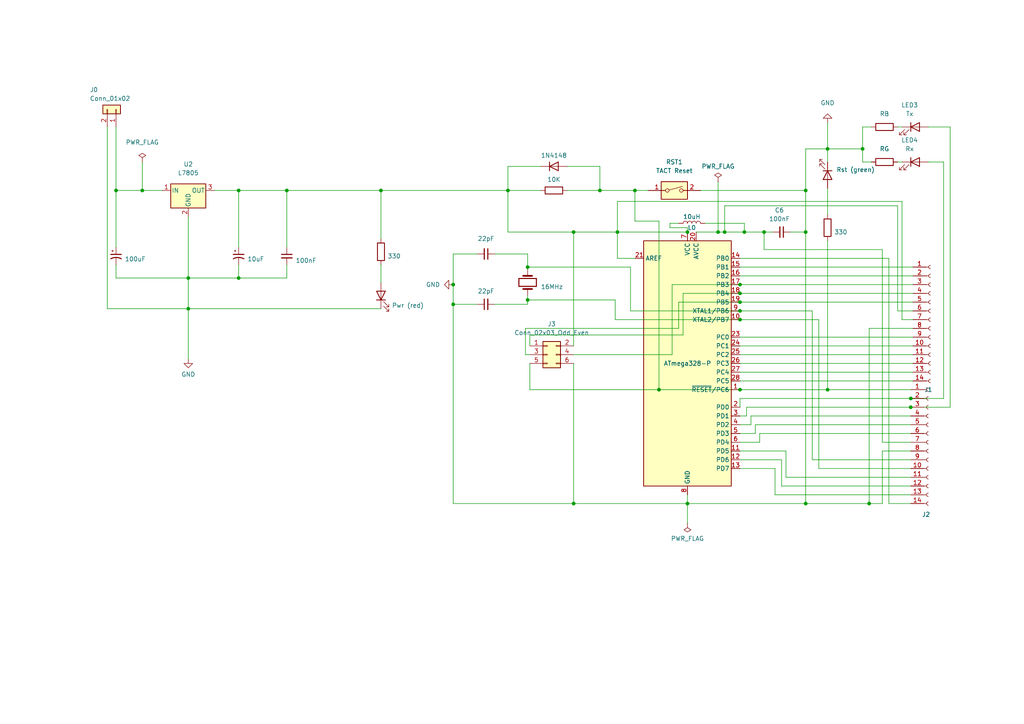
<source format=kicad_sch>
(kicad_sch (version 20230121) (generator eeschema)
  (paper "A4")
  (title_block (title "Unicorn") (date "2023-08-03") (rev "A") (comment 1 "Author: Simone Girardi"))
  (lib_symbols
    (symbol "Connector:Conn_01x14_Socket" (pin_names (offset 1.016) hide)
      (property "Reference" "J" (at 0 17.78 0))
      (property "Value" "Conn_01x14_Socket" (at 0 -20.32 0))
      (symbol "Conn_01x14_Socket_1_1"
        (arc (start 0 -17.272) (mid -0.5058 -17.78) (end 0 -18.288) (stroke (width 0.1524)))
        (arc (start 0 -14.732) (mid -0.5058 -15.24) (end 0 -15.748) (stroke (width 0.1524)))
        (arc (start 0 -12.192) (mid -0.5058 -12.7) (end 0 -13.208) (stroke (width 0.1524)))
        (arc (start 0 -9.652) (mid -0.5058 -10.16) (end 0 -10.668) (stroke (width 0.1524)))
        (arc (start 0 -7.112) (mid -0.5058 -7.62) (end 0 -8.128) (stroke (width 0.1524)))
        (arc (start 0 -4.572) (mid -0.5058 -5.08) (end 0 -5.588) (stroke (width 0.1524)))
        (arc (start 0 -2.032) (mid -0.5058 -2.54) (end 0 -3.048) (stroke (width 0.1524)))
        (polyline (pts (xy -1.27 -17.78) (xy -0.508 -17.78)) (stroke (width 0.1524)))
        (polyline (pts (xy -1.27 -15.24) (xy -0.508 -15.24)) (stroke (width 0.1524)))
        (polyline (pts (xy -1.27 -12.7) (xy -0.508 -12.7)) (stroke (width 0.1524)))
        (polyline (pts (xy -1.27 -10.16) (xy -0.508 -10.16)) (stroke (width 0.1524)))
        (polyline (pts (xy -1.27 -7.62) (xy -0.508 -7.62)) (stroke (width 0.1524)))
        (polyline (pts (xy -1.27 -5.08) (xy -0.508 -5.08)) (stroke (width 0.1524)))
        (polyline (pts (xy -1.27 -2.54) (xy -0.508 -2.54)) (stroke (width 0.1524)))
        (polyline (pts (xy -1.27 0) (xy -0.508 0)) (stroke (width 0.1524)))
        (polyline (pts (xy -1.27 2.54) (xy -0.508 2.54)) (stroke (width 0.1524)))
        (polyline (pts (xy -1.27 5.08) (xy -0.508 5.08)) (stroke (width 0.1524)))
        (polyline (pts (xy -1.27 7.62) (xy -0.508 7.62)) (stroke (width 0.1524)))
        (polyline (pts (xy -1.27 10.16) (xy -0.508 10.16)) (stroke (width 0.1524)))
        (polyline (pts (xy -1.27 12.7) (xy -0.508 12.7)) (stroke (width 0.1524)))
        (polyline (pts (xy -1.27 15.24) (xy -0.508 15.24)) (stroke (width 0.1524)))
        (arc (start 0 0.508) (mid -0.5058 0) (end 0 -0.508) (stroke (width 0.1524)))
        (arc (start 0 3.048) (mid -0.5058 2.54) (end 0 2.032) (stroke (width 0.1524)))
        (arc (start 0 5.588) (mid -0.5058 5.08) (end 0 4.572) (stroke (width 0.1524)))
        (arc (start 0 8.128) (mid -0.5058 7.62) (end 0 7.112) (stroke (width 0.1524)))
        (arc (start 0 10.668) (mid -0.5058 10.16) (end 0 9.652) (stroke (width 0.1524)))
        (arc (start 0 13.208) (mid -0.5058 12.7) (end 0 12.192) (stroke (width 0.1524)))
        (arc (start 0 15.748) (mid -0.5058 15.24) (end 0 14.732) (stroke (width 0.1524)))
        (pin passive line (at -5.08 15.24 0) (length 3.81) (name "Pin_1") (number "1"))
        (pin passive line (at -5.08 -7.62 0) (length 3.81) (name "Pin_10") (number "10"))
        (pin passive line (at -5.08 -10.16 0) (length 3.81) (name "Pin_11") (number "11"))
        (pin passive line (at -5.08 -12.7 0) (length 3.81) (name "Pin_12") (number "12"))
        (pin passive line (at -5.08 -15.24 0) (length 3.81) (name "Pin_13") (number "13"))
        (pin passive line (at -5.08 -17.78 0) (length 3.81) (name "Pin_14") (number "14"))
        (pin passive line (at -5.08 12.7 0) (length 3.81) (name "Pin_2") (number "2"))
        (pin passive line (at -5.08 10.16 0) (length 3.81) (name "Pin_3") (number "3"))
        (pin passive line (at -5.08 7.62 0) (length 3.81) (name "Pin_4") (number "4"))
        (pin passive line (at -5.08 5.08 0) (length 3.81) (name "Pin_5") (number "5"))
        (pin passive line (at -5.08 2.54 0) (length 3.81) (name "Pin_6") (number "6"))
        (pin passive line (at -5.08 0 0) (length 3.81) (name "Pin_7") (number "7"))
        (pin passive line (at -5.08 -2.54 0) (length 3.81) (name "Pin_8") (number "8"))
        (pin passive line (at -5.08 -5.08 0) (length 3.81) (name "Pin_9") (number "9"))
      )
    )
    (symbol "Connector_Generic:Conn_01x02" (pin_names (offset 1.016) hide)
      (property "Reference" "J" (at 0 2.54 0))
      (property "Value" "Conn_01x02" (at 0 -5.08 0))
      (symbol "Conn_01x02_1_1"
        (rectangle (start -1.27 -2.413) (end 0 -2.667) (stroke (width 0.1524)))
        (rectangle (start -1.27 0.127) (end 0 -0.127) (stroke (width 0.1524)))
        (rectangle (start -1.27 1.27) (end 1.27 -3.81) (stroke (width 0.254)) (fill (type background)))
        (pin passive line (at -5.08 0 0) (length 3.81) (name "Pin_1") (number "1"))
        (pin passive line (at -5.08 -2.54 0) (length 3.81) (name "Pin_2") (number "2"))
      )
    )
    (symbol "Connector_Generic:Conn_02x03_Odd_Even" (pin_names (offset 1.016) hide)
      (property "Reference" "J" (at 1.27 5.08 0))
      (property "Value" "Conn_02x03_Odd_Even" (at 1.27 -5.08 0))
      (symbol "Conn_02x03_Odd_Even_1_1"
        (rectangle (start -1.27 -2.413) (end 0 -2.667) (stroke (width 0.1524)))
        (rectangle (start -1.27 0.127) (end 0 -0.127) (stroke (width 0.1524)))
        (rectangle (start -1.27 2.667) (end 0 2.413) (stroke (width 0.1524)))
        (rectangle (start -1.27 3.81) (end 3.81 -3.81) (stroke (width 0.254)) (fill (type background)))
        (rectangle (start 3.81 -2.413) (end 2.54 -2.667) (stroke (width 0.1524)))
        (rectangle (start 3.81 0.127) (end 2.54 -0.127) (stroke (width 0.1524)))
        (rectangle (start 3.81 2.667) (end 2.54 2.413) (stroke (width 0.1524)))
        (pin passive line (at -5.08 2.54 0) (length 3.81) (name "Pin_1") (number "1"))
        (pin passive line (at 7.62 2.54 180) (length 3.81) (name "Pin_2") (number "2"))
        (pin passive line (at -5.08 0 0) (length 3.81) (name "Pin_3") (number "3"))
        (pin passive line (at 7.62 0 180) (length 3.81) (name "Pin_4") (number "4"))
        (pin passive line (at -5.08 -2.54 0) (length 3.81) (name "Pin_5") (number "5"))
        (pin passive line (at 7.62 -2.54 180) (length 3.81) (name "Pin_6") (number "6"))
      )
    )
    (symbol "Device:C_Polarized_Small_US" (pin_numbers hide) (pin_names (offset 0.254) hide)
      (property "Reference" "C" (at 0.254 1.778 0))
      (property "Value" "C_Polarized_Small_US" (at 0.254 -2.032 0))
      (symbol "C_Polarized_Small_US_0_1"
        (polyline (pts (xy -1.524 0.508) (xy 1.524 0.508)) (stroke (width 0.3048)))
        (polyline (pts (xy -1.27 1.524) (xy -0.762 1.524)))
        (polyline (pts (xy -1.016 1.27) (xy -1.016 1.778)))
        (arc (start 1.524 -0.762) (mid 0 -0.3734) (end -1.524 -0.762) (stroke (width 0.3048)))
      )
      (symbol "C_Polarized_Small_US_1_1"
        (pin passive line (at 0 2.54 270) (length 2.032) (name "~") (number "1"))
        (pin passive line (at 0 -2.54 90) (length 2.032) (name "~") (number "2"))
      )
    )
    (symbol "Device:C_Small" (pin_numbers hide) (pin_names (offset 0.254) hide)
      (property "Reference" "C" (at 0.254 1.778 0))
      (property "Value" "C_Small" (at 0.254 -2.032 0))
      (symbol "C_Small_0_1"
        (polyline (pts (xy -1.524 -0.508) (xy 1.524 -0.508)) (stroke (width 0.3302)))
        (polyline (pts (xy -1.524 0.508) (xy 1.524 0.508)) (stroke (width 0.3048)))
      )
      (symbol "C_Small_1_1"
        (pin passive line (at 0 2.54 270) (length 2.032) (name "~") (number "1"))
        (pin passive line (at 0 -2.54 90) (length 2.032) (name "~") (number "2"))
      )
    )
    (symbol "Device:Crystal" (pin_numbers hide) (pin_names (offset 1.016) hide)
      (property "Reference" "Y" (at 0 3.81 0))
      (property "Value" "Crystal" (at 0 -3.81 0))
      (symbol "Crystal_0_1"
        (rectangle (start -1.143 2.54) (end 1.143 -2.54) (stroke (width 0.3048)))
        (polyline (pts (xy -2.54 0) (xy -1.905 0)))
        (polyline (pts (xy -1.905 -1.27) (xy -1.905 1.27)) (stroke (width 0.508)))
        (polyline (pts (xy 1.905 -1.27) (xy 1.905 1.27)) (stroke (width 0.508)))
        (polyline (pts (xy 2.54 0) (xy 1.905 0)))
      )
      (symbol "Crystal_1_1"
        (pin passive line (at -3.81 0 0) (length 1.27) (name "1") (number "1"))
        (pin passive line (at 3.81 0 180) (length 1.27) (name "2") (number "2"))
      )
    )
    (symbol "Device:L" (pin_numbers hide) (pin_names (offset 1.016) hide)
      (property "Reference" "L" (at -1.27 0 90))
      (property "Value" "L" (at 1.905 0 90))
      (symbol "L_0_1"
        (arc (start 0 -2.54) (mid 0.6323 -1.905) (end 0 -1.27))
        (arc (start 0 -1.27) (mid 0.6323 -0.635) (end 0 0))
        (arc (start 0 0) (mid 0.6323 0.635) (end 0 1.27))
        (arc (start 0 1.27) (mid 0.6323 1.905) (end 0 2.54))
      )
      (symbol "L_1_1"
        (pin passive line (at 0 3.81 270) (length 1.27) (name "1") (number "1"))
        (pin passive line (at 0 -3.81 90) (length 1.27) (name "2") (number "2"))
      )
    )
    (symbol "Device:LED" (pin_numbers hide) (pin_names (offset 1.016) hide)
      (property "Reference" "D" (at 0 2.54 0))
      (property "Value" "LED" (at 0 -2.54 0))
      (symbol "LED_0_1"
        (polyline (pts (xy -1.27 -1.27) (xy -1.27 1.27)) (stroke (width 0.254)))
        (polyline (pts (xy -1.27 0) (xy 1.27 0)))
        (polyline (pts (xy 1.27 -1.27) (xy 1.27 1.27) (xy -1.27 0) (xy 1.27 -1.27)) (stroke (width 0.254)))
        (polyline (pts (xy -3.048 -0.762) (xy -4.572 -2.286) (xy -3.81 -2.286) (xy -4.572 -2.286) (xy -4.572 -1.524)))
        (polyline (pts (xy -1.778 -0.762) (xy -3.302 -2.286) (xy -2.54 -2.286) (xy -3.302 -2.286) (xy -3.302 -1.524)))
      )
      (symbol "LED_1_1"
        (pin passive line (at -3.81 0 0) (length 2.54) (name "K") (number "1"))
        (pin passive line (at 3.81 0 180) (length 2.54) (name "A") (number "2"))
      )
    )
    (symbol "Device:R" (pin_numbers hide) (pin_names (offset 0))
      (property "Reference" "R" (at 2.032 0 90))
      (property "Value" "R" (at 0 0 90))
      (symbol "R_0_1"
        (rectangle (start -1.016 -2.54) (end 1.016 2.54) (stroke (width 0.254)))
      )
      (symbol "R_1_1"
        (pin passive line (at 0 3.81 270) (length 1.27) (name "~") (number "1"))
        (pin passive line (at 0 -3.81 90) (length 1.27) (name "~") (number "2"))
      )
    )
    (symbol "Diode:1N4148" (pin_numbers hide) (pin_names hide)
      (property "Reference" "D" (at 0 2.54 0))
      (property "Value" "1N4148" (at 0 -2.54 0))
      (symbol "1N4148_0_1"
        (polyline (pts (xy -1.27 1.27) (xy -1.27 -1.27)) (stroke (width 0.254)))
        (polyline (pts (xy 1.27 0) (xy -1.27 0)))
        (polyline (pts (xy 1.27 1.27) (xy 1.27 -1.27) (xy -1.27 0) (xy 1.27 1.27)) (stroke (width 0.254)))
      )
      (symbol "1N4148_1_1"
        (pin passive line (at -3.81 0 0) (length 2.54) (name "K") (number "1"))
        (pin passive line (at 3.81 0 180) (length 2.54) (name "A") (number "2"))
      )
    )
    (symbol "MCU_Microchip_ATmega:ATmega328-P"
      (property "Reference" "U" (at -12.7 36.83 0))
      (property "Value" "ATmega328-P" (at 2.54 -36.83 0))
      (symbol "ATmega328-P_0_1"
        (rectangle (start -12.7 -35.56) (end 12.7 35.56) (stroke (width 0.254)) (fill (type background)))
      )
      (symbol "ATmega328-P_1_1"
        (pin bidirectional line (at 15.24 -7.62 180) (length 2.54) (name "~{RESET}/PC6") (number "1"))
        (pin bidirectional line (at 15.24 12.7 180) (length 2.54) (name "XTAL2/PB7") (number "10"))
        (pin bidirectional line (at 15.24 -25.4 180) (length 2.54) (name "PD5") (number "11"))
        (pin bidirectional line (at 15.24 -27.94 180) (length 2.54) (name "PD6") (number "12"))
        (pin bidirectional line (at 15.24 -30.48 180) (length 2.54) (name "PD7") (number "13"))
        (pin bidirectional line (at 15.24 30.48 180) (length 2.54) (name "PB0") (number "14"))
        (pin bidirectional line (at 15.24 27.94 180) (length 2.54) (name "PB1") (number "15"))
        (pin bidirectional line (at 15.24 25.4 180) (length 2.54) (name "PB2") (number "16"))
        (pin bidirectional line (at 15.24 22.86 180) (length 2.54) (name "PB3") (number "17"))
        (pin bidirectional line (at 15.24 20.32 180) (length 2.54) (name "PB4") (number "18"))
        (pin bidirectional line (at 15.24 17.78 180) (length 2.54) (name "PB5") (number "19"))
        (pin bidirectional line (at 15.24 -12.7 180) (length 2.54) (name "PD0") (number "2"))
        (pin power_in line (at 2.54 38.1 270) (length 2.54) (name "AVCC") (number "20"))
        (pin passive line (at -15.24 30.48 0) (length 2.54) (name "AREF") (number "21"))
        (pin passive line (at 0 -38.1 90) (length 2.54) hide (name "GND") (number "22"))
        (pin bidirectional line (at 15.24 7.62 180) (length 2.54) (name "PC0") (number "23"))
        (pin bidirectional line (at 15.24 5.08 180) (length 2.54) (name "PC1") (number "24"))
        (pin bidirectional line (at 15.24 2.54 180) (length 2.54) (name "PC2") (number "25"))
        (pin bidirectional line (at 15.24 0 180) (length 2.54) (name "PC3") (number "26"))
        (pin bidirectional line (at 15.24 -2.54 180) (length 2.54) (name "PC4") (number "27"))
        (pin bidirectional line (at 15.24 -5.08 180) (length 2.54) (name "PC5") (number "28"))
        (pin bidirectional line (at 15.24 -15.24 180) (length 2.54) (name "PD1") (number "3"))
        (pin bidirectional line (at 15.24 -17.78 180) (length 2.54) (name "PD2") (number "4"))
        (pin bidirectional line (at 15.24 -20.32 180) (length 2.54) (name "PD3") (number "5"))
        (pin bidirectional line (at 15.24 -22.86 180) (length 2.54) (name "PD4") (number "6"))
        (pin power_in line (at 0 38.1 270) (length 2.54) (name "VCC") (number "7"))
        (pin power_in line (at 0 -38.1 90) (length 2.54) (name "GND") (number "8"))
        (pin bidirectional line (at 15.24 15.24 180) (length 2.54) (name "XTAL1/PB6") (number "9"))
      )
    )
    (symbol "Regulator_Linear:L7805" (pin_names (offset 0.254))
      (property "Reference" "U" (at -3.81 3.175 0))
      (property "Value" "L7805" (at 0 3.175 0))
      (symbol "L7805_0_1"
        (rectangle (start -5.08 1.905) (end 5.08 -5.08) (stroke (width 0.254)) (fill (type background)))
      )
      (symbol "L7805_1_1"
        (pin power_in line (at -7.62 0 0) (length 2.54) (name "IN") (number "1"))
        (pin power_in line (at 0 -7.62 90) (length 2.54) (name "GND") (number "2"))
        (pin power_out line (at 7.62 0 180) (length 2.54) (name "OUT") (number "3"))
      )
    )
    (symbol "Switch:SW_DIP_x01" (pin_names (offset 0) hide)
      (property "Reference" "SW" (at 0 3.81 0))
      (property "Value" "SW_DIP_x01" (at 0 -3.81 0))
      (symbol "SW_DIP_x01_0_0"
        (circle (center -2.032 0) (radius 0.508))
        (polyline (pts (xy -1.524 0.127) (xy 2.3622 1.1684)))
        (circle (center 2.032 0) (radius 0.508))
      )
      (symbol "SW_DIP_x01_0_1"
        (rectangle (start -3.81 2.54) (end 3.81 -2.54) (stroke (width 0.254)) (fill (type background)))
      )
      (symbol "SW_DIP_x01_1_1"
        (pin passive line (at -7.62 0 0) (length 5.08) (name "~") (number "1"))
        (pin passive line (at 7.62 0 180) (length 5.08) (name "~") (number "2"))
      )
    )
    (symbol "power:GND" (power) (pin_names (offset 0))
      (property "Value" "GND" (at 0 -3.81 0))
      (symbol "GND_0_1"
        (polyline (pts (xy 0 0) (xy 0 -1.27) (xy 1.27 -1.27) (xy 0 -2.54) (xy -1.27 -1.27) (xy 0 -1.27)))
      )
      (symbol "GND_1_1"
        (pin power_in line (at 0 0 270) (length 0) hide (name "GND") (number "1"))
      )
    )
    (symbol "power:PWR_FLAG" (power) (pin_numbers hide) (pin_names (offset 0) hide)
      (property "Value" "PWR_FLAG" (at 0 3.81 0))
      (symbol "PWR_FLAG_0_0"
        (pin power_out line (at 0 0 90) (length 0) (name "pwr") (number "1"))
      )
      (symbol "PWR_FLAG_0_1"
        (polyline (pts (xy 0 0) (xy 0 1.27) (xy -1.016 1.905) (xy 0 2.54) (xy 1.016 1.905) (xy 0 1.27)))
      )
    )
  )
  (junction (at 179.07 67.31))
  (junction (at 264.16 118.11))
  (junction (at 221.615 67.31))
  (junction (at 250.19 43.18))
  (junction (at 233.68 146.05))
  (junction (at 69.215 55.245))
  (junction (at 153.035 77.47))
  (junction (at 214.63 90.17))
  (junction (at 264.16 115.57))
  (junction (at 83.185 55.245))
  (junction (at 131.445 82.55))
  (junction (at 214.63 82.55))
  (junction (at 54.61 89.535))
  (junction (at 69.215 80.645))
  (junction (at 240.03 43.18))
  (junction (at 240.03 113.03))
  (junction (at 199.39 146.05))
  (junction (at 215.9 67.31))
  (junction (at 110.49 55.245))
  (junction (at 147.32 55.245))
  (junction (at 233.68 55.245))
  (junction (at 166.37 146.05))
  (junction (at 214.63 85.09))
  (junction (at 252.095 146.05))
  (junction (at 54.61 80.645))
  (junction (at 153.035 86.995))
  (junction (at 131.445 88.265))
  (junction (at 214.63 92.71))
  (junction (at 214.63 113.03))
  (junction (at 184.15 55.245))
  (junction (at 199.39 67.31))
  (junction (at 166.37 67.31))
  (junction (at 208.28 67.31))
  (junction (at 173.99 55.245))
  (junction (at 233.68 67.31))
  (junction (at 41.275 55.245))
  (junction (at 214.63 87.63))
  (junction (at 33.655 55.245))
  (junction (at 210.185 67.31))
  (junction (at 191.135 113.03))
  (wire (pts (xy 194.945 102.87) (xy 194.945 82.55)))
  (wire (pts (xy 227.965 138.43) (xy 227.965 130.81)))
  (wire (pts (xy 153.035 85.725) (xy 153.035 86.995)))
  (wire (pts (xy 54.61 80.645) (xy 54.61 62.865)))
  (wire (pts (xy 237.49 135.89) (xy 237.49 92.71)))
  (wire (pts (xy 69.215 80.645) (xy 54.61 80.645)))
  (wire (pts (xy 264.16 140.97) (xy 226.695 140.97)))
  (wire (pts (xy 214.63 110.49) (xy 264.795 110.49)))
  (wire (pts (xy 182.88 77.47) (xy 182.88 90.17)))
  (wire (pts (xy 214.63 87.63) (xy 264.795 87.63)))
  (wire (pts (xy 208.28 67.31) (xy 210.185 67.31)))
  (wire (pts (xy 153.035 88.265) (xy 143.51 88.265)))
  (wire (pts (xy 204.47 64.77) (xy 215.9 64.77)))
  (wire (pts (xy 184.15 55.245) (xy 187.96 55.245)))
  (wire (pts (xy 164.465 55.245) (xy 173.99 55.245)))
  (wire (pts (xy 166.37 102.87) (xy 194.945 102.87)))
  (wire (pts (xy 240.03 43.18) (xy 240.03 46.99)))
  (wire (pts (xy 264.16 143.51) (xy 224.79 143.51)))
  (wire (pts (xy 153.67 100.33) (xy 153.67 97.155)))
  (wire (pts (xy 196.85 87.63) (xy 214.63 87.63)))
  (wire (pts (xy 260.35 46.99) (xy 261.62 46.99)))
  (wire (pts (xy 214.63 105.41) (xy 264.795 105.41)))
  (wire (pts (xy 220.345 125.73) (xy 264.16 125.73)))
  (wire (pts (xy 33.655 55.245) (xy 41.275 55.245)))
  (wire (pts (xy 260.35 59.69) (xy 210.185 59.69)))
  (wire (pts (xy 215.9 67.31) (xy 221.615 67.31)))
  (wire (pts (xy 227.965 130.81) (xy 214.63 130.81)))
  (wire (pts (xy 166.37 146.05) (xy 131.445 146.05)))
  (wire (pts (xy 194.31 64.77) (xy 196.85 64.77)))
  (wire (pts (xy 83.185 80.645) (xy 69.215 80.645)))
  (wire (pts (xy 214.63 102.87) (xy 264.795 102.87)))
  (wire (pts (xy 252.095 95.25) (xy 252.095 146.05)))
  (wire (pts (xy 216.535 120.65) (xy 216.535 118.11)))
  (wire (pts (xy 199.39 146.05) (xy 199.39 151.765)))
  (wire (pts (xy 199.39 66.04) (xy 199.39 67.31)))
  (wire (pts (xy 31.115 89.535) (xy 54.61 89.535)))
  (wire (pts (xy 264.16 133.35) (xy 235.585 133.35)))
  (wire (pts (xy 83.185 55.245) (xy 83.185 71.755)))
  (wire (pts (xy 164.465 48.26) (xy 173.99 48.26)))
  (wire (pts (xy 220.345 128.27) (xy 214.63 128.27)))
  (wire (pts (xy 273.685 46.99) (xy 269.24 46.99)))
  (wire (pts (xy 153.035 86.995) (xy 153.035 88.265)))
  (wire (pts (xy 224.79 143.51) (xy 224.79 135.89)))
  (wire (pts (xy 184.15 64.135) (xy 191.135 64.135)))
  (wire (pts (xy 240.03 69.85) (xy 240.03 113.03)))
  (wire (pts (xy 147.32 48.26) (xy 147.32 55.245)))
  (wire (pts (xy 214.63 123.19) (xy 217.805 123.19)))
  (wire (pts (xy 233.68 43.18) (xy 233.68 55.245)))
  (wire (pts (xy 219.075 125.73) (xy 214.63 125.73)))
  (wire (pts (xy 191.135 64.135) (xy 191.135 113.03)))
  (wire (pts (xy 54.61 89.535) (xy 54.61 104.14)))
  (wire (pts (xy 194.31 64.77) (xy 194.31 66.04)))
  (wire (pts (xy 264.16 138.43) (xy 227.965 138.43)))
  (wire (pts (xy 252.095 146.05) (xy 233.68 146.05)))
  (wire (pts (xy 240.03 35.56) (xy 240.03 43.18)))
  (wire (pts (xy 62.23 55.245) (xy 69.215 55.245)))
  (wire (pts (xy 143.51 73.66) (xy 153.035 73.66)))
  (wire (pts (xy 214.63 115.57) (xy 264.16 115.57)))
  (wire (pts (xy 153.67 97.155) (xy 198.12 97.155)))
  (wire (pts (xy 173.99 48.26) (xy 173.99 55.245)))
  (wire (pts (xy 196.85 95.25) (xy 196.85 87.63)))
  (wire (pts (xy 199.39 146.05) (xy 199.39 143.51)))
  (wire (pts (xy 131.445 88.265) (xy 131.445 82.55)))
  (wire (pts (xy 226.695 133.35) (xy 214.63 133.35)))
  (wire (pts (xy 54.61 89.535) (xy 110.49 89.535)))
  (wire (pts (xy 261.62 92.71) (xy 261.62 58.42)))
  (wire (pts (xy 214.63 118.11) (xy 214.63 115.57)))
  (wire (pts (xy 221.615 67.31) (xy 221.615 72.39)))
  (wire (pts (xy 156.845 48.26) (xy 147.32 48.26)))
  (wire (pts (xy 147.32 55.245) (xy 147.32 67.31)))
  (wire (pts (xy 31.115 36.83) (xy 31.115 89.535)))
  (wire (pts (xy 250.19 46.99) (xy 250.19 43.18)))
  (wire (pts (xy 216.535 118.11) (xy 264.16 118.11)))
  (wire (pts (xy 214.63 77.47) (xy 264.795 77.47)))
  (wire (pts (xy 69.215 55.245) (xy 83.185 55.245)))
  (wire (pts (xy 250.19 36.83) (xy 250.19 43.18)))
  (wire (pts (xy 153.035 73.66) (xy 153.035 77.47)))
  (wire (pts (xy 33.655 36.83) (xy 33.655 55.245)))
  (wire (pts (xy 110.49 76.835) (xy 110.49 81.915)))
  (wire (pts (xy 221.615 67.31) (xy 224.155 67.31)))
  (wire (pts (xy 214.63 85.09) (xy 264.795 85.09)))
  (wire (pts (xy 184.15 64.135) (xy 184.15 55.245)))
  (wire (pts (xy 214.63 82.55) (xy 264.795 82.55)))
  (wire (pts (xy 273.685 115.57) (xy 273.685 46.99)))
  (wire (pts (xy 257.81 146.05) (xy 257.81 74.93)))
  (wire (pts (xy 178.435 92.71) (xy 214.63 92.71)))
  (wire (pts (xy 214.63 107.95) (xy 264.795 107.95)))
  (wire (pts (xy 33.655 71.755) (xy 33.655 55.245)))
  (wire (pts (xy 240.03 54.61) (xy 240.03 62.23)))
  (wire (pts (xy 153.67 105.41) (xy 153.67 113.03)))
  (wire (pts (xy 217.805 123.19) (xy 217.805 120.65)))
  (wire (pts (xy 214.63 120.65) (xy 216.535 120.65)))
  (wire (pts (xy 194.945 82.55) (xy 214.63 82.55)))
  (wire (pts (xy 33.655 80.645) (xy 54.61 80.645)))
  (wire (pts (xy 229.235 67.31) (xy 233.68 67.31)))
  (wire (pts (xy 214.63 100.33) (xy 264.795 100.33)))
  (wire (pts (xy 153.035 86.995) (xy 178.435 86.995)))
  (wire (pts (xy 260.35 59.69) (xy 260.35 90.17)))
  (wire (pts (xy 275.59 36.83) (xy 269.24 36.83)))
  (wire (pts (xy 199.39 146.05) (xy 166.37 146.05)))
  (wire (pts (xy 33.655 76.835) (xy 33.655 80.645)))
  (wire (pts (xy 217.805 120.65) (xy 264.16 120.65)))
  (wire (pts (xy 264.795 90.17) (xy 260.35 90.17)))
  (wire (pts (xy 264.16 123.19) (xy 219.075 123.19)))
  (wire (pts (xy 237.49 92.71) (xy 214.63 92.71)))
  (wire (pts (xy 173.99 55.245) (xy 184.15 55.245)))
  (wire (pts (xy 147.32 55.245) (xy 156.845 55.245)))
  (wire (pts (xy 255.905 130.81) (xy 255.905 146.05)))
  (wire (pts (xy 214.63 74.93) (xy 257.81 74.93)))
  (wire (pts (xy 131.445 73.66) (xy 138.43 73.66)))
  (wire (pts (xy 131.445 146.05) (xy 131.445 88.265)))
  (wire (pts (xy 240.03 113.03) (xy 264.16 113.03)))
  (wire (pts (xy 264.16 146.05) (xy 257.81 146.05)))
  (wire (pts (xy 208.28 52.705) (xy 208.28 67.31)))
  (wire (pts (xy 179.07 67.31) (xy 199.39 67.31)))
  (wire (pts (xy 255.905 72.39) (xy 221.615 72.39)))
  (wire (pts (xy 233.68 146.05) (xy 199.39 146.05)))
  (wire (pts (xy 179.07 67.31) (xy 179.07 74.93)))
  (wire (pts (xy 191.135 113.03) (xy 214.63 113.03)))
  (wire (pts (xy 233.68 67.31) (xy 233.68 146.05)))
  (wire (pts (xy 220.345 125.73) (xy 220.345 128.27)))
  (wire (pts (xy 250.19 36.83) (xy 252.73 36.83)))
  (wire (pts (xy 166.37 105.41) (xy 166.37 146.05)))
  (wire (pts (xy 264.16 118.11) (xy 275.59 118.11)))
  (wire (pts (xy 152.4 95.25) (xy 196.85 95.25)))
  (wire (pts (xy 54.61 80.645) (xy 54.61 89.535)))
  (wire (pts (xy 233.68 43.18) (xy 240.03 43.18)))
  (wire (pts (xy 255.905 146.05) (xy 252.095 146.05)))
  (wire (pts (xy 166.37 67.31) (xy 179.07 67.31)))
  (wire (pts (xy 203.2 55.245) (xy 233.68 55.245)))
  (wire (pts (xy 255.905 128.27) (xy 255.905 72.39)))
  (wire (pts (xy 201.93 67.31) (xy 208.28 67.31)))
  (wire (pts (xy 131.445 82.55) (xy 131.445 73.66)))
  (wire (pts (xy 41.275 55.245) (xy 46.99 55.245)))
  (wire (pts (xy 214.63 80.01) (xy 264.795 80.01)))
  (wire (pts (xy 69.215 55.245) (xy 69.215 71.755)))
  (wire (pts (xy 226.695 140.97) (xy 226.695 133.35)))
  (wire (pts (xy 179.07 74.93) (xy 184.15 74.93)))
  (wire (pts (xy 264.795 95.25) (xy 252.095 95.25)))
  (wire (pts (xy 261.62 58.42) (xy 179.07 58.42)))
  (wire (pts (xy 210.185 59.69) (xy 210.185 67.31)))
  (wire (pts (xy 214.63 97.79) (xy 264.795 97.79)))
  (wire (pts (xy 233.68 55.245) (xy 233.68 67.31)))
  (wire (pts (xy 264.16 128.27) (xy 255.905 128.27)))
  (wire (pts (xy 166.37 67.31) (xy 166.37 100.33)))
  (wire (pts (xy 264.795 92.71) (xy 261.62 92.71)))
  (wire (pts (xy 210.185 67.31) (xy 215.9 67.31)))
  (wire (pts (xy 83.185 76.835) (xy 83.185 80.645)))
  (wire (pts (xy 214.63 90.17) (xy 235.585 90.17)))
  (wire (pts (xy 219.075 123.19) (xy 219.075 125.73)))
  (wire (pts (xy 250.19 43.18) (xy 240.03 43.18)))
  (wire (pts (xy 152.4 102.87) (xy 152.4 95.25)))
  (wire (pts (xy 215.9 64.77) (xy 215.9 67.31)))
  (wire (pts (xy 41.275 46.99) (xy 41.275 55.245)))
  (wire (pts (xy 264.16 135.89) (xy 237.49 135.89)))
  (wire (pts (xy 194.31 66.04) (xy 199.39 66.04)))
  (wire (pts (xy 147.32 67.31) (xy 166.37 67.31)))
  (wire (pts (xy 138.43 88.265) (xy 131.445 88.265)))
  (wire (pts (xy 264.16 115.57) (xy 273.685 115.57)))
  (wire (pts (xy 153.67 113.03) (xy 191.135 113.03)))
  (wire (pts (xy 264.16 130.81) (xy 255.905 130.81)))
  (wire (pts (xy 178.435 86.995) (xy 178.435 92.71)))
  (wire (pts (xy 182.88 90.17) (xy 214.63 90.17)))
  (wire (pts (xy 110.49 55.245) (xy 110.49 69.215)))
  (wire (pts (xy 224.79 135.89) (xy 214.63 135.89)))
  (wire (pts (xy 214.63 113.03) (xy 240.03 113.03)))
  (wire (pts (xy 110.49 55.245) (xy 147.32 55.245)))
  (wire (pts (xy 250.19 46.99) (xy 252.73 46.99)))
  (wire (pts (xy 69.215 76.835) (xy 69.215 80.645)))
  (wire (pts (xy 179.07 58.42) (xy 179.07 67.31)))
  (wire (pts (xy 153.035 77.47) (xy 153.035 78.105)))
  (wire (pts (xy 153.035 77.47) (xy 182.88 77.47)))
  (wire (pts (xy 235.585 133.35) (xy 235.585 90.17)))
  (wire (pts (xy 198.12 85.09) (xy 214.63 85.09)))
  (wire (pts (xy 153.67 102.87) (xy 152.4 102.87)))
  (wire (pts (xy 275.59 118.11) (xy 275.59 36.83)))
  (wire (pts (xy 83.185 55.245) (xy 110.49 55.245)))
  (wire (pts (xy 198.12 97.155) (xy 198.12 85.09)))
  (wire (pts (xy 260.35 36.83) (xy 261.62 36.83)))
  (symbol (lib_id "Device:C_Polarized_Small_US") (at 69.215 74.295 0) (unit 1)
    (property "Reference" "C2" (effects hide))
    (property "Value" "10uF" (at 71.755 75.1331 0) (effects (justify left)))
    (property "Footprint" "Capacitor_THT:CP_Radial_D5.0mm_P2.00mm" (effects hide))
  )
  (symbol (lib_id "power:GND") (at 131.445 82.55 270) (unit 1)
    (property "Reference" "#PWR0101" (effects hide))
    (property "Value" "GND" (at 127.635 82.5499 90) (effects (justify right)))
  )
  (symbol (lib_id "Device:R") (at 240.03 66.04 0) (unit 1)
    (property "Reference" "R3" (effects hide))
    (property "Value" "330" (at 241.935 67.3099 0) (effects (justify left)))
    (property "Footprint" "Resistor_THT:R_Axial_DIN0204_L3.6mm_D1.6mm_P5.08mm_Horizontal" (effects hide))
  )
  (symbol (lib_id "Device:R") (at 160.655 55.245 90) (unit 1)
    (property "Reference" "R2" (effects hide))
    (property "Value" "10K" (at 160.655 52.07 90))
    (property "Footprint" "Resistor_THT:R_Axial_DIN0207_L6.3mm_D2.5mm_P10.16mm_Horizontal" (effects hide))
  )
  (symbol (lib_id "Device:C_Small") (at 140.97 88.265 90) (unit 1)
    (property "Reference" "C5" (effects hide))
    (property "Value" "22pF" (at 140.9763 84.455 90))
    (property "Footprint" "Capacitor_THT:C_Disc_D3.8mm_W2.6mm_P2.50mm" (effects hide))
  )
  (symbol (lib_id "MCU_Microchip_ATmega:ATmega328-P") (at 199.39 105.41 0) (unit 1)
    (property "Reference" "U1" (effects hide))
    (property "Value" "ATmega328-P" (at 199.39 105.41 0))
    (property "Footprint" "Package_DIP:DIP-28_W7.62mm" (effects hide))
    (property "Datasheet" "http://ww1.microchip.com/downloads/en/DeviceDoc/ATmega328_P%20AVR%20MCU%20with%20picoPower%20Technology%20Data%20Sheet%2040001984A.pdf" (effects hide))
  )
  (symbol (lib_id "Device:C_Polarized_Small_US") (at 33.655 74.295 0) (unit 1)
    (property "Reference" "C1" (effects hide))
    (property "Value" "100uF" (at 36.195 75.1331 0) (effects (justify left)))
    (property "Footprint" "Capacitor_THT:CP_Radial_D5.0mm_P2.00mm" (effects hide))
  )
  (symbol (lib_id "power:GND") (at 240.03 35.56 180) (unit 1)
    (property "Reference" "#PWR0104" (effects hide))
    (property "Value" "GND" (at 240.03 29.845 0))
  )
  (symbol (lib_id "power:PWR_FLAG") (at 208.28 52.705 0) (unit 1)
    (property "Reference" "#FLG01" (effects hide))
    (property "Value" "PWR_FLAG" (at 208.28 48.26 0))
  )
  (symbol (lib_id "Connector_Generic:Conn_02x03_Odd_Even") (at 158.75 102.87 0) (unit 1)
    (property "Reference" "J3" (at 160.02 93.98 0))
    (property "Value" "Conn_02x03_Odd_Even" (at 160.02 96.52 0))
    (property "Footprint" "Connector_PinHeader_2.54mm:PinHeader_2x03_P2.54mm_Vertical" (effects hide))
  )
  (symbol (lib_id "Device:LED") (at 265.43 46.99 0) (unit 1)
    (property "Reference" "LED4" (at 263.8425 40.64 0))
    (property "Value" "Rx" (at 263.8425 43.18 0))
    (property "Footprint" "LED_SMD:LED_0402_1005Metric" (effects hide))
  )
  (symbol (lib_id "Device:Crystal") (at 153.035 81.915 270) (unit 1)
    (property "Reference" "Crystal1" (effects hide))
    (property "Value" "16MHz" (at 156.845 83.1849 90) (effects (justify left)))
    (property "Footprint" "Crystal:Crystal_HC49-4H_Vertical" (effects hide))
  )
  (symbol (lib_id "Device:R") (at 256.54 36.83 270) (unit 1)
    (property "Reference" "R4" (effects hide))
    (property "Value" "RB" (at 256.54 33.02 90))
    (property "Footprint" "Resistor_SMD:R_0402_1005Metric" (effects hide))
  )
  (symbol (lib_id "Device:LED") (at 240.03 50.8 270) (unit 1)
    (property "Reference" "LED2" (effects hide))
    (property "Value" "Rst (green)" (at 242.57 49.2124 90) (effects (justify left)))
    (property "Footprint" "LED_THT:LED_D3.0mm" (effects hide))
  )
  (symbol (lib_id "Regulator_Linear:L7805") (at 54.61 55.245 0) (unit 1)
    (property "Reference" "U2" (at 54.61 47.625 0))
    (property "Value" "L7805" (at 54.61 50.165 0))
    (property "Footprint" "Transistor_Power_Module:TO255P1020X450X2000-3" (effects hide))
    (property "Datasheet" "http://www.st.com/content/ccc/resource/technical/document/datasheet/41/4f/b3/b0/12/d4/47/88/CD00000444.pdf/files/CD00000444.pdf/jcr:content/translations/en.CD00000444.pdf" (effects hide))
  )
  (symbol (lib_id "Device:R") (at 256.54 46.99 270) (unit 1)
    (property "Reference" "R5" (effects hide))
    (property "Value" "RG" (at 256.54 43.18 90))
    (property "Footprint" "Resistor_SMD:R_0402_1005Metric" (effects hide))
  )
  (symbol (lib_id "Device:R") (at 110.49 73.025 0) (unit 1)
    (property "Reference" "R1" (effects hide))
    (property "Value" "330" (at 112.395 74.2949 0) (effects (justify left)))
    (property "Footprint" "Resistor_THT:R_Axial_DIN0204_L3.6mm_D1.6mm_P5.08mm_Horizontal" (effects hide))
  )
  (symbol (lib_id "Connector:Conn_01x14_Socket") (at 269.24 128.27 0) (unit 1)
    (property "Reference" "J2" (at 268.605 149.225 0))
    (property "Value" "Conn_01x14_Female" (effects hide))
    (property "Footprint" "Connector_PinSocket_2.54mm:PinSocket_1x14_P2.54mm_Vertical" (effects hide))
  )
  (symbol (lib_id "power:GND") (at 54.61 104.14 0) (unit 1)
    (property "Reference" "#PWR0103" (effects hide))
    (property "Value" "GND" (at 54.61 108.585 0))
  )
  (symbol (lib_id "Diode:1N4148") (at 160.655 48.26 0) (unit 1)
    (property "Reference" "D1" (effects hide))
    (property "Value" "1N4148" (at 160.655 45.085 0))
    (property "Footprint" "Diode_THT:D_DO-35_SOD27_P7.62mm_Horizontal" (effects hide))
    (property "Datasheet" "https://assets.nexperia.com/documents/data-sheet/1N4148_1N4448.pdf" (effects hide))
    (property "Sim.Device" "D" (effects hide))
    (property "Sim.Pins" "1=K 2=A" (effects hide))
  )
  (symbol (lib_id "Switch:SW_DIP_x01") (at 195.58 55.245 0) (unit 1)
    (property "Reference" "RST1" (at 195.58 46.99 0))
    (property "Value" "TACT Reset" (at 195.58 49.53 0))
    (property "Footprint" "Button_Switch_THT:SW_PUSH_6mm" (effects hide))
  )
  (symbol (lib_id "Connector_Generic:Conn_01x02") (at 33.655 31.75 270) (mirror x) (unit 1)
    (property "Reference" "J0" (at 26.035 26.035 90) (effects (justify left)))
    (property "Value" "Conn_01x02" (at 26.035 28.575 90) (effects (justify left)))
    (property "Footprint" "Connector_JST:JST_PH_S2B-PH-K_1x02_P2.00mm_Horizontal" (effects hide))
  )
  (symbol (lib_id "power:PWR_FLAG") (at 41.275 46.99 0) (unit 1)
    (property "Reference" "#FLG0101" (effects hide))
    (property "Value" "PWR_FLAG" (at 41.275 41.275 0))
  )
  (symbol (lib_id "Device:C_Small") (at 83.185 74.295 0) (unit 1)
    (property "Reference" "C3" (effects hide))
    (property "Value" "100nF" (at 85.725 75.5712 0) (effects (justify left)))
    (property "Footprint" "Capacitor_THT:C_Disc_D3.8mm_W2.6mm_P2.50mm" (effects hide))
  )
  (symbol (lib_id "power:PWR_FLAG") (at 199.39 151.765 180) (unit 1)
    (property "Reference" "#FLG0102" (effects hide))
    (property "Value" "PWR_FLAG" (at 199.39 156.21 0))
  )
  (symbol (lib_id "Device:C_Small") (at 140.97 73.66 270) (unit 1)
    (property "Reference" "C4" (effects hide))
    (property "Value" "22pF" (at 140.9636 69.215 90))
    (property "Footprint" "Capacitor_THT:C_Disc_D3.8mm_W2.6mm_P2.50mm" (effects hide))
  )
  (symbol (lib_id "Device:LED") (at 110.49 85.725 90) (unit 1)
    (property "Reference" "LED1" (effects hide))
    (property "Value" "Pwr (red)" (at 113.665 88.5824 90) (effects (justify right)))
    (property "Footprint" "LED_THT:LED_D3.0mm" (effects hide))
  )
  (symbol (lib_id "Device:C_Small") (at 226.695 67.31 270) (unit 1)
    (property "Reference" "C6" (at 226.06 60.96 90))
    (property "Value" "100nF" (at 226.06 63.5 90))
    (property "Footprint" "Capacitor_THT:C_Disc_D3.8mm_W2.6mm_P2.50mm" (effects hide))
  )
  (symbol (lib_id "Device:LED") (at 265.43 36.83 0) (unit 1)
    (property "Reference" "LED3" (at 263.8425 30.48 0))
    (property "Value" "Tx" (at 263.8425 33.02 0))
    (property "Footprint" "LED_SMD:LED_0402_1005Metric" (effects hide))
  )
  (symbol (lib_id "Device:L") (at 200.66 64.77 90) (unit 1)
    (property "Reference" "L0" (at 200.66 66.04 90))
    (property "Value" "10uH" (at 200.66 62.865 90))
    (property "Footprint" "Inductor_SMD:L_0805_2012Metric_Pad1.05x1.20mm_HandSolder" (effects hide))
  )
  (symbol (lib_id "Connector:Conn_01x14_Socket") (at 269.875 92.71 0) (unit 1)
    (property "Reference" "J1" (at 269.24 113.03 0))
    (property "Value" "Conn_01x14_Female" (effects hide))
    (property "Footprint" "Connector_PinSocket_2.54mm:PinSocket_1x14_P2.54mm_Vertical" (effects hide))
  )
)
</source>
